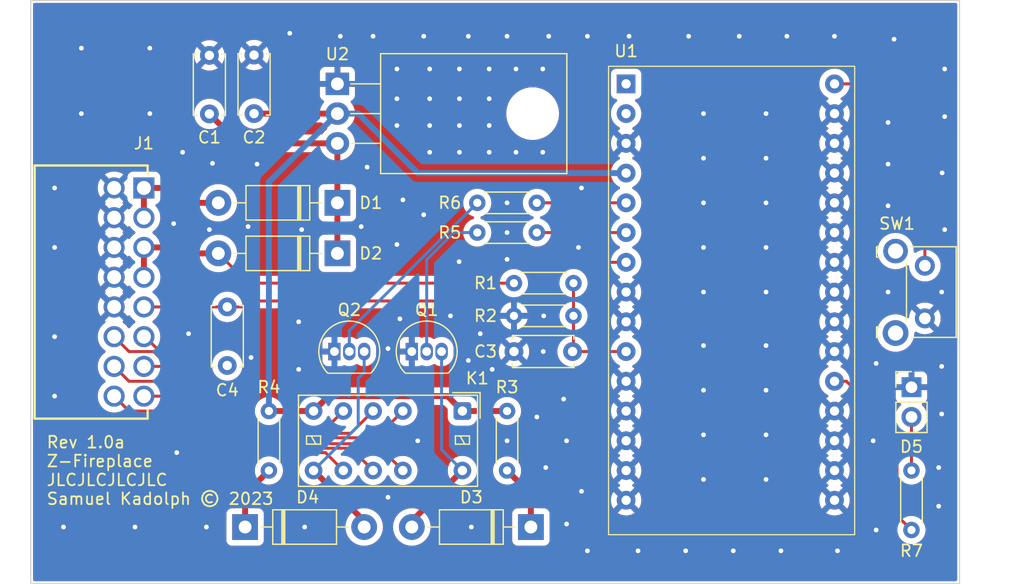
<source format=kicad_pcb>
(kicad_pcb (version 20221018) (generator pcbnew)
  (layers (0 "F.Cu" signal) (31 "B.Cu" signal) (34 "B.Paste" user) (35 "F.Paste" user) (36 "B.SilkS" user "B.Silkscreen") (37 "F.SilkS" user "F.Silkscreen") (38 "B.Mask" user) (39 "F.Mask" user) (44 "Edge.Cuts" user))
  (net 0 "")
  (net 1 "Net-(D3-K)")
  (net 2 "Net-(D3-A)")
  (net 3 "Net-(D4-K)")
  (net 4 "Net-(D4-A)")
  (net 5 "VCC")
  (net 6 "NC1")
  (net 7 "COM1")
  (net 8 "NO2")
  (net 9 "COM2")
  (net 10 "NC2")
  (net 11 "GND")
  (net 12 "Net-(Q1-B)")
  (net 13 "Net-(Q2-B)")
  (net 14 "RELAY_RESET")
  (net 15 "RELAY_SET")
  (net 16 "SW")
  (net 17 "Net-(U1-3_ADC0)")
  (net 18 "Net-(D1-K)")
  (net 19 "VIN")
  (net 20 "VBAT")
  (net 21 "Net-(D5-A)")
  (net 22 "Net-(U1-13_PWM1_LED)")
  (net 23 "Net-(U1-23_W_SERVICE)")
  (net 24 "NO1")
  (net 27 "Net-(U1-2_MOSI_W)")
  (footprint "z-fireplace:Via_0.8mm" (layer "F.Cu") (at 179.324 101.092)
    (fp_text reference "REF**" hide)
    (fp_text value "Via_0.8" hide)
  )
  (footprint "z-fireplace:Via_0.8mm" (layer "F.Cu") (at 138.176 86.868)
    (fp_text reference "REF**" hide)
    (fp_text value "Via_0.8" hide)
  )
  (footprint "z-fireplace:Via_0.8mm" (layer "F.Cu") (at 174.752 93.726)
    (fp_text reference "REF**" hide)
    (fp_text value "Via_0.8" hide)
  )
  (footprint "z-fireplace:Via_0.8mm" (layer "F.Cu") (at 179.578 86.106)
    (fp_text reference "REF**" hide)
    (fp_text value "Via_0.8" hide)
  )
  (footprint "z-fireplace:Via_0.8mm" (layer "F.Cu") (at 148.59 92.202)
    (fp_text reference "REF**" hide)
    (fp_text value "Via_0.8" hide)
  )
  (footprint "Package_TO_SOT_THT:TO-92_Inline" (layer "F.Cu") (at 127.508 106.172)
    (fp_text reference "Q2")
    (fp_text value "2N3904")
  )
  (footprint "z-fireplace:Via_0.8mm" (layer "F.Cu") (at 139.954 104.648)
    (fp_text reference "REF**" hide)
    (fp_text value "Via_0.8" hide)
  )
  (footprint "z-fireplace:TL1105X" (layer "F.Cu") (at 177.891 103.342 90)
    (fp_text reference "SW1")
    (fp_text value "TL1105X")
  )
  (footprint "z-fireplace:Via_0.8mm" (layer "F.Cu") (at 132.08 105.918)
    (fp_text reference "REF**" hide)
    (fp_text value "Via_0.8" hide)
  )
  (footprint "z-fireplace:Via_0.8mm" (layer "F.Cu") (at 159.004 101.092)
    (fp_text reference "REF**" hide)
    (fp_text value "Via_0.8" hide)
  )
  (footprint "z-fireplace:Via_0.8mm" (layer "F.Cu") (at 159.004 93.472)
    (fp_text reference "REF**" hide)
    (fp_text value "Via_0.8" hide)
  )
  (footprint "z-fireplace:Via_0.8mm" (layer "F.Cu") (at 159.004 113.284)
    (fp_text reference "REF**" hide)
    (fp_text value "Via_0.8" hide)
  )
  (footprint "z-fireplace:Via_0.8mm" (layer "F.Cu") (at 110.49 121.158)
    (fp_text reference "REF**" hide)
    (fp_text value "Via_0.8" hide)
  )
  (footprint "Resistor_THT:R_Axial_DIN0204_L3.6mm_D1.6mm_P5.08mm_Horizontal" (layer "F.Cu") (at 139.7 93.472)
    (fp_text reference "R6")
    (fp_text value "300")
  )
  (footprint "Resistor_THT:R_Axial_DIN0204_L3.6mm_D1.6mm_P5.08mm_Horizontal" (layer "F.Cu") (at 139.7 96.012)
    (fp_text reference "R5")
    (fp_text value "300")
  )
  (footprint "z-fireplace:Via_0.8mm" (layer "F.Cu") (at 114.054092 114.801641)
    (fp_text reference "REF**" hide)
    (fp_text value "Via_0.8" hide)
  )
  (footprint "z-fireplace:Via_0.8mm" (layer "F.Cu") (at 164.338 109.474)
    (fp_text reference "REF**" hide)
    (fp_text value "Via_0.8" hide)
  )
  (footprint "z-fireplace:Via_0.8mm" (layer "F.Cu") (at 142.24 98.298)
    (fp_text reference "REF**" hide)
    (fp_text value "Via_0.8" hide)
  )
  (footprint "z-fireplace:Via_0.8mm" (layer "F.Cu") (at 174.752 86.614)
    (fp_text reference "REF**" hide)
    (fp_text value "Via_0.8" hide)
  )
  (footprint "z-fireplace:Via_0.8mm" (layer "F.Cu") (at 164.338 85.852)
    (fp_text reference "REF**" hide)
    (fp_text value "Via_0.8" hide)
  )
  (footprint "Relay_THT:Relay_DPDT_Kemet_EC2_DoubleCoil" (layer "F.Cu") (at 138.43 111.252 -90)
    (fp_text reference "K1")
    (fp_text value "EC2-3TNU")
  )
  (footprint "z-fireplace:Via_0.8mm" (layer "F.Cu") (at 133.35 93.218)
    (fp_text reference "REF**" hide)
    (fp_text value "Via_0.8" hide)
  )
  (footprint "z-fireplace:Via_0.8mm" (layer "F.Cu") (at 103.632 109.982)
    (fp_text reference "REF**" hide)
    (fp_text value "Via_0.8" hide)
  )
  (footprint "z-fireplace:Via_0.8mm" (layer "F.Cu") (at 134.62 113.792)
    (fp_text reference "REF**" hide)
    (fp_text value "Via_0.8" hide)
  )
  (footprint "z-fireplace:Via_0.8mm" (layer "F.Cu") (at 124.968 121.158)
    (fp_text reference "REF**" hide)
    (fp_text value "Via_0.8" hide)
  )
  (footprint "z-fireplace:Via_0.8mm" (layer "F.Cu") (at 145.328 106.172)
    (fp_text reference "REF**" hide)
    (fp_text value "Via_0.8" hide)
  )
  (footprint "z-fireplace:Via_0.8mm" (layer "F.Cu") (at 120.396 106.68)
    (fp_text reference "REF**" hide)
    (fp_text value "Via_0.8" hide)
  )
  (footprint "z-fireplace:Via_0.8mm" (layer "F.Cu") (at 175.26 79.502)
    (fp_text reference "REF**" hide)
    (fp_text value "Via_0.8" hide)
  )
  (footprint "z-fireplace:Via_0.8mm" (layer "F.Cu") (at 116.84 95.758)
    (fp_text reference "REF**" hide)
    (fp_text value "Via_0.8" hide)
  )
  (footprint "z-fireplace:Via_0.8mm" (layer "F.Cu") (at 164.338 101.092)
    (fp_text reference "REF**" hide)
    (fp_text value "Via_0.8" hide)
  )
  (footprint "z-fireplace:Via_0.8mm" (layer "F.Cu") (at 124.46 107.696)
    (fp_text reference "REF**" hide)
    (fp_text value "Via_0.8" hide)
  )
  (footprint "z-fireplace:Via_0.8mm" (layer "F.Cu") (at 142.24 96.012)
    (fp_text reference "REF**" hide)
    (fp_text value "Via_0.8" hide)
  )
  (footprint "z-fireplace:Via_0.8mm" (layer "F.Cu") (at 124.714 95.758)
    (fp_text reference "REF**" hide)
    (fp_text value "Via_0.8" hide)
  )
  (footprint "Diode_THT:D_DO-41_SOD81_P10.16mm_Horizontal" (layer "F.Cu") (at 119.888 121.158)
    (fp_text reference "D4")
    (fp_text value "1N4007")
  )
  (footprint "z-fireplace:Via_0.8mm" (layer "F.Cu") (at 138.176 84.582)
    (fp_text reference "REF**" hide)
    (fp_text value "Via_0.8" hide)
  )
  (footprint "z-fireplace:Via_0.8mm" (layer "F.Cu") (at 145.288 89.154)
    (fp_text reference "REF**" hide)
    (fp_text value "Via_0.8" hide)
  )
  (footprint "z-fireplace:Via_0.8mm" (layer "F.Cu") (at 142.24 93.472)
    (fp_text reference "REF**" hide)
    (fp_text value "Via_0.8" hide)
  )
  (footprint "z-fireplace:Via_0.8mm" (layer "F.Cu") (at 138.149191 98.498823)
    (fp_text reference "REF**" hide)
    (fp_text value "Via_0.8" hide)
  )
  (footprint "z-fireplace:Via_0.8mm" (layer "F.Cu") (at 164.338 89.662)
    (fp_text reference "REF**" hide)
    (fp_text value "Via_0.8" hide)
  )
  (footprint "z-fireplace:Via_0.8mm" (layer "F.Cu") (at 132.842 82.042)
    (fp_text reference "REF**" hide)
    (fp_text value "Via_0.8" hide)
  )
  (footprint "z-fireplace:Via_0.8mm" (layer "F.Cu") (at 164.338 113.284)
    (fp_text reference "REF**" hide)
    (fp_text value "Via_0.8" hide)
  )
  (footprint "z-fireplace:Via_0.8mm" (layer "F.Cu") (at 143.002 89.154)
    (fp_text reference "REF**" hide)
    (fp_text value "Via_0.8" hide)
  )
  (footprint "z-fireplace:Via_0.8mm" (layer "F.Cu") (at 159.004 117.094)
    (fp_text reference "REF**" hide)
    (fp_text value "Via_0.8" hide)
  )
  (footprint "z-fireplace:Via_0.8mm" (layer "F.Cu") (at 135.128 94.488)
    (fp_text reference "REF**" hide)
    (fp_text value "Via_0.8" hide)
  )
  (footprint "z-fireplace:Via_0.8mm" (layer "F.Cu") (at 179.324 107.442)
    (fp_text reference "REF**" hide)
    (fp_text value "Via_0.8" hide)
  )
  (footprint "z-fireplace:Via_0.8mm" (layer "F.Cu") (at 179.578 82.042)
    (fp_text reference "REF**" hide)
    (fp_text value "Via_0.8" hide)
  )
  (footprint "z-fireplace:Via_0.8mm" (layer "F.Cu") (at 105.918 80.264)
    (fp_text reference "REF**" hide)
    (fp_text value "Via_0.8" hide)
  )
  (footprint "z-fireplace:Via_0.8mm" (layer "F.Cu") (at 159.004 109.474)
    (fp_text reference "REF**" hide)
    (fp_text value "Via_0.8" hide)
  )
  (footprint "z-fireplace:Via_0.8mm" (layer "F.Cu") (at 145.542 116.078)
    (fp_text reference "REF**" hide)
    (fp_text value "Via_0.8" hide)
  )
  (footprint "Diode_THT:D_DO-41_SOD81_P10.16mm_Horizontal" (layer "F.Cu") (at 127.762 93.472 180)
    (fp_text reference "D1")
    (fp_text value "D_Schottky")
  )
  (footprint "z-fireplace:Via_0.8mm" (layer "F.Cu") (at 140.716 86.868)
    (fp_text reference "REF**" hide)
    (fp_text value "Via_0.8" hide)
  )
  (footprint "z-fireplace:Via_0.8mm" (layer "F.Cu") (at 144.78 111.76)
    (fp_text reference "REF**" hide)
    (fp_text value "Via_0.8" hide)
  )
  (footprint "z-fireplace:Via_0.8mm" (layer "F.Cu") (at 164.338 97.282)
    (fp_text reference "REF**" hide)
    (fp_text value "Via_0.8" hide)
  )
  (footprint "z-fireplace:Via_0.8mm" (layer "F.Cu") (at 179.363258 90.909457)
    (fp_text reference "REF**" hide)
    (fp_text value "Via_0.8" hide)
  )
  (footprint "z-fireplace:Via_0.8mm" (layer "F.Cu") (at 135.636 82.042)
    (fp_text reference "REF**" hide)
    (fp_text value "Via_0.8" hide)
  )
  (footprint "Resistor_THT:R_Axial_DIN0204_L3.6mm_D1.6mm_P5.08mm_Horizontal" (layer "F.Cu") (at 121.92 116.332 90)
    (fp_text reference "R4")
    (fp_text value "20")
  )
  (footprint "z-fireplace:Via_0.8mm" (layer "F.Cu") (at 164.338 105.664)
    (fp_text reference "REF**" hide)
    (fp_text value "Via_0.8" hide)
  )
  (footprint "z-fireplace:Via_0.8mm" (layer "F.Cu") (at 124.46 103.632)
    (fp_text reference "REF**" hide)
    (fp_text value "Via_0.8" hide)
  )
  (footprint "Package_TO_SOT_THT:TO-92_Inline" (layer "F.Cu") (at 134.112 106.172)
    (fp_text reference "Q1")
    (fp_text value "2N3904")
  )
  (footprint "Connector_PinHeader_2.54mm:PinHeader_1x02_P2.54mm_Vertical" (layer "F.Cu") (at 176.748 109.22)
    (fp_text reference "D5")
    (fp_text value "LED")
  )
  (footprint "z-fireplace:Via_0.8mm" (layer "F.Cu") (at 140.716 82.042)
    (fp_text reference "REF**" hide)
    (fp_text value "Via_0.8" hide)
  )
  (footprint "z-fireplace:Via_0.8mm" (layer "F.Cu") (at 133.096 103.378)
    (fp_text reference "REF**" hide)
    (fp_text value "Via_0.8" hide)
  )
  (footprint "z-fireplace:Via_0.8mm" (layer "F.Cu") (at 111.76 85.852)
    (fp_text reference "REF**" hide)
    (fp_text value "Via_0.8" hide)
  )
  (footprint "z-fireplace:Via_0.8mm" (layer "F.Cu") (at 139.192 121.158)
    (fp_text reference "REF**" hide)
    (fp_text value "Via_0.8" hide)
  )
  (footprint "z-fireplace:Via_0.8mm" (layer "F.Cu") (at 138.938 79.248)
    (fp_text reference "REF**" hide)
    (fp_text value "Via_0.8" hide)
  )
  (footprint "z-fireplace:Via_0.8mm" (layer "F.Cu") (at 173.736 107.188)
    (fp_text reference "REF**" hide)
    (fp_text value "Via_0.8" hide)
  )
  (footprint "Package_TO_SOT_THT:TO-220-3_Horizontal_TabDown" (layer "F.Cu") (at 127.762 83.312 -90)
    (fp_text reference "U2")
    (fp_text value "LD1117S33TR_TO220")
  )
  (footprint "z-fireplace:Via_0.8mm" (layer "F.Cu") (at 103.632 97.282)
    (fp_text reference "REF**" hide)
    (fp_text value "Via_0.8" hide)
  )
  (footprint "z-fireplace:Via_0.8mm" (layer "F.Cu") (at 145.368 103.124)
    (fp_text reference "REF**" hide)
    (fp_text value "Via_0.8" hide)
  )
  (footprint "z-fireplace:Via_0.8mm" (layer "F.Cu") (at 179.07 116.078)
    (fp_text reference "REF**" hide)
    (fp_text value "Via_0.8" hide)
  )
  (footprint "Resistor_THT:R_Axial_DIN0204_L3.6mm_D1.6mm_P5.08mm_Horizontal" (layer "F.Cu") (at 147.908 100.33 180)
    (fp_text reference "R1")
    (fp_text value "10M")
  )
  (footprint "z-fireplace:Via_0.8mm" (layer "F.Cu") (at 140.716 89.154)
    (fp_text reference "REF**" hide)
    (fp_text value "Via_0.8" hide)
  )
  (footprint "z-fireplace:Via_0.8mm" (layer "F.Cu") (at 138.176 89.154)
    (fp_text reference "REF**" hide)
    (fp_text value "Via_0.8" hide)
  )
  (footprint "z-fireplace:Via_0.8mm" (layer "F.Cu") (at 140.97 107.696)
    (fp_text reference "REF**" hide)
    (fp_text value "Via_0.8" hide)
  )
  (footprint "z-fireplace:Via_0.8mm" (layer "F.Cu") (at 165.608 123.19)
    (fp_text reference "REF**" hide)
    (fp_text value "Via_0.8" hide)
  )
  (footprint "z-fireplace:Via_0.8mm" (layer "F.Cu") (at 142.24 79.248)
    (fp_text reference "REF**" hide)
    (fp_text value "Via_0.8" hide)
  )
  (footprint "z-fireplace:Via_0.8mm" (layer "F.Cu") (at 166.116 79.248)
    (fp_text reference "REF**" hide)
    (fp_text value "Via_0.8" hide)
  )
  (footprint "z-fireplace:Via_0.8mm" (layer "F.Cu") (at 132.842 97.028)
    (fp_text reference "REF**" hide)
    (fp_text value "Via_0.8" hide)
  )
  (footprint "z-fireplace:Via_0.8mm" (layer "F.Cu") (at 170.434 123.19)
    (fp_text reference "REF**" hide)
    (fp_text value "Via_0.8" hide)
  )
  (footprint "Resistor_THT:R_Axial_DIN0204_L3.6mm_D1.6mm_P5.08mm_Horizontal" (layer "F.Cu") (at 142.24 116.332 90)
    (fp_text reference "R3")
    (fp_text value "20")
  )
  (footprint "z-fireplace:Via_0.8mm" (layer "F.Cu") (at 148.59 118.11)
    (fp_text reference "REF**" hide)
    (fp_text value "Via_0.8" hide)
  )
  (footprint "z-fireplace:Via_0.8mm" (layer "F.Cu") (at 111.76 80.264)
    (fp_text reference "REF**" hide)
    (fp_text value "Via_0.8" hide)
  )
  (footprint "z-fireplace:Via_0.8mm" (layer "F.Cu") (at 123.698 78.994)
    (fp_text reference "REF**" hide)
    (fp_text value "Via_0.8" hide)
  )
  (footprint "z-fireplace:Via_0.8mm" (layer "F.Cu") (at 147.066 110.236)
    (fp_text reference "REF**" hide)
    (fp_text value "Via_0.8" hide)
  )
  (footprint "z-fireplace:Via_0.8mm" (layer "F.Cu") (at 140.716 84.582)
    (fp_text reference "REF**" hide)
    (fp_text value "Via_0.8" hide)
  )
  (footprint "z-fireplace:Via_0.8mm" (layer "F.Cu") (at 120.904 90.17)
    (fp_text reference "REF**" hide)
    (fp_text value "Via_0.8" hide)
  )
  (footprint "z-fireplace:Via_0.8mm" (layer "F.Cu") (at 114.554 89.154)
    (fp_text reference "REF**" hide)
    (fp_text value "Via_0.8" hide)
  )
  (footprint "z-fireplace:Via_0.8mm" (layer "F.Cu") (at 104.394 121.158)
    (fp_text reference "REF**" hide)
    (fp_text value "Via_0.8" hide)
  )
  (footprint "z-fireplace:Via_0.8mm" (layer "F.Cu") (at 129.794 95.504)
    (fp_text reference "REF**" hide)
    (fp_text value "Via_0.8" hide)
  )
  (footprint "z-fireplace:Via_0.8mm" (layer "F.Cu") (at 159.004 89.662)
    (fp_text reference "REF**" hide)
    (fp_text value "Via_0.8" hide)
  )
  (footprint "z-fireplace:Via_0.8mm" (layer "F.Cu") (at 152.654 79.248)
    (fp_text reference "REF**" hide)
    (fp_text value "Via_0.8" hide)
  )
  (footprint "Resistor_THT:R_Axial_DIN0204_L3.6mm_D1.6mm_P5.08mm_Horizontal" (layer "F.Cu") (at 147.908 103.124 180)
    (fp_text reference "R2")
    (fp_text value "10M")
  )
  (footprint "z-fireplace:Via_0.8mm" (layer "F.Cu") (at 159.004 85.852)
    (fp_text reference "REF**" hide)
    (fp_text value "Via_0.8" hide)
  )
  (footprint "Diode_THT:D_DO-41_SOD81_P10.16mm_Horizontal" (layer "F.Cu") (at 127.762 97.79 180)
    (fp_text reference "D2")
    (fp_text value "D_Schottky")
  )
  (footprint "z-fireplace:Via_0.8mm" (layer "F.Cu") (at 143.002 82.042)
    (fp_text reference "REF**" hide)
    (fp_text value "Via_0.8" hide)
  )
  (footprint "z-fireplace:Via_0.8mm" (layer "F.Cu") (at 135.128 79.248)
    (fp_text reference "REF**" hide)
    (fp_text value "Via_0.8" hide)
  )
  (footprint "z-fireplace:Via_0.8mm" (layer "F.Cu") (at 103.632 104.902)
    (fp_text reference "REF**" hide)
    (fp_text value "Via_0.8" hide)
  )
  (footprint "z-fireplace:Via_0.8mm" (layer "F.Cu") (at 132.08 118.618)
    (fp_text reference "REF**" hide)
    (fp_text value "Via_0.8" hide)
  )
  (footprint "z-fireplace:Via_0.8mm" (layer "F.Cu") (at 128.016 79.248)
    (fp_text reference "REF**" hide)
    (fp_text value "Via_0.8" hide)
  )
  (footprint "z-fireplace:Via_0.8mm" (layer "F.Cu") (at 132.842 86.868)
    (fp_text reference "REF**" hide)
    (fp_text value "Via_0.8" hide)
  )
  (footprint "z-fireplace:Phoenix 1844785" (layer "F.Cu") (at 111.252 92.202 -90)
    (fp_text reference "J1")
    (fp_text value "Screw_Terminal_01x16")
  )
  (footprint "z-fireplace:Via_0.8mm" (layer "F.Cu") (at 179.578 95.758)
    (fp_text reference "REF**" hide)
    (fp_text value "Via_0.8" hide)
  )
  (footprint "z-fireplace:Via_0.8mm" (layer "F.Cu") (at 157.734 79.248)
    (fp_text reference "REF**" hide)
    (fp_text value "Via_0.8" hide)
  )
  (footprint "Capacitor_THT:C_Disc_D5.0mm_W2.5mm_P5.00mm" (layer "F.Cu") (at 120.65 85.852 90)
    (fp_text reference "C2")
    (fp_text value "10uF")
  )
  (footprint "z-fireplace:Via_0.8mm" (layer "F.Cu") (at 130.302 90.424)
    (fp_text reference "REF**" hide)
    (fp_text value "Via_0.8" hide)
  )
  (footprint "z-fireplace:Via_0.8mm" (layer "F.Cu") (at 147.32 113.792)
    (fp_text reference "REF**" hide)
    (fp_text value "Via_0.8" hide)
  )
  (footprint "z-fireplace:Via_0.8mm" (layer "F.Cu") (at 164.338 117.094)
    (fp_text reference "REF**" hide)
    (fp_text value "Via_0.8" hide)
  )
  (footprint "z-fireplace:Via_0.8mm" (layer "F.Cu") (at 162.052 79.248)
    (fp_text reference "REF**" hide)
    (fp_text value "Via_0.8" hide)
  )
  (footprint "z-fireplace:Via_0.8mm" (layer "F.Cu") (at 145.796 79.248)
    (fp_text reference "REF**" hide)
    (fp_text value "Via_0.8" hide)
  )
  (footprint "z-fireplace:Via_0.8mm" (layer "F.Cu") (at 174.752 90.17)
    (fp_text reference "REF**" hide)
    (fp_text value "Via_0.8" hide)
  )
  (footprint "z-fireplace:Via_0.8mm" (layer "F.Cu") (at 137.414 103.124)
    (fp_text reference "REF**" hide)
    (fp_text value "Via_0.8" hide)
  )
  (footprint "z-fireplace:Via_0.8mm" (layer "F.Cu") (at 138.176 82.042)
    (fp_text reference "REF**" hide)
    (fp_text value "Via_0.8" hide)
  )
  (footprint "z-fireplace:Via_0.8mm" (layer "F.Cu") (at 145.288 82.042)
    (fp_text reference "REF**" hide)
    (fp_text value "Via_0.8" hide)
  )
  (footprint "z-fireplace:Via_0.8mm" (layer "F.Cu") (at 159.004 97.282)
    (fp_text reference "REF**" hide)
    (fp_text value "Via_0.8" hide)
  )
  (footprint "z-fireplace:Via_0.8mm" (layer "F.Cu") (at 179.07 119.38)
    (fp_text reference "REF**" hide)
    (fp_text value "Via_0.8" hide)
  )
  (footprint "z-fireplace:Via_0.8mm" (layer "F.Cu") (at 161.544 123.19)
    (fp_text reference "REF**" hide)
    (fp_text value "Via_0.8" hide)
  )
  (footprint "z-fireplace:Via_0.8mm" (layer "F.Cu") (at 147.32 120.904)
    (fp_text reference "REF**" hide)
    (fp_text value "Via_0.8" hide)
  )
  (footprint "z-fireplace:Via_0.8mm" (layer "F.Cu") (at 179.324 111.506)
    (fp_text reference "REF**" hide)
    (fp_text value "Via_0.8" hide)
  )
  (footprint "z-fireplace:Via_0.8mm" (layer "F.Cu") (at 120.142 95.504)
    (fp_text reference "REF**" hide)
    (fp_text value "Via_0.8" hide)
  )
  (footprint "PCM_Z-Uno:DIP-30_W17.78mm" (layer "F.Cu") (at 152.4 83.312)
    (fp_text reference "U1")
    (fp_text value "Z-Uno 2")
  )
  (footprint "z-fireplace:Via_0.8mm" (layer "F.Cu") (at 153.416 123.19)
    (fp_text reference "REF**" hide)
    (fp_text value "Via_0.8" hide)
  )
  (footprint "z-fireplace:Via_0.8mm" (layer "F.Cu") (at 142.24 113.792)
    (fp_text reference "REF**" hide)
    (fp_text value "Via_0.8" hide)
  )
  (footprint "z-fireplace:Via_0.8mm" (layer "F.Cu") (at 135.636 84.582)
    (fp_text reference "REF**" hide)
    (fp_text value "Via_0.8" hide)
  )
  (footprint "z-fireplace:Via_0.8mm" (layer "F.Cu") (at 173.736 121.412)
    (fp_text reference "REF**" hide)
    (fp_text value "Via_0.8" hide)
  )
  (footprint "z-fireplace:Via_0.8mm" (layer "F.Cu") (at 113.792 95.25)
    (fp_text reference "REF**" hide)
    (fp_text value "Via_0.8" hide)
  )
  (footprint "z-fireplace:Via_0.8mm" (layer "F.Cu") (at 132.842 84.582)
    (fp_text reference "REF**" hide)
    (fp_text value "Via_0.8" hide)
  )
  (footprint "z-fireplace:Via_0.8mm" (layer "F.Cu") (at 130.81 79.248)
    (fp_text reference "REF**" hide)
    (fp_text value "Via_0.8" hide)
  )
  (footprint "z-fireplace:Via_0.8mm" (layer "F.Cu") (at 115.062 104.648)
    (fp_text reference "REF**" hide)
    (fp_text value "Via_0.8" hide)
  )
  (footprint "z-fireplace:Via_0.8mm" (layer "F.Cu") (at 138.938 106.934)
    (fp_text reference "REF**" hide)
    (fp_text value "Via_0.8" hide)
  )
  (footprint "z-fireplace:Via_0.8mm" (layer "F.Cu") (at 117.105248 90.097263)
    (fp_text reference "REF**" hide)
    (fp_text value "Via_0.8" hide)
  )
  (footprint "Capacitor_THT:C_Disc_D5.0mm_W2.5mm_P5.00mm" (layer "F.Cu") (at 116.84 85.88 90)
    (fp_text reference "C1")
    (fp_text value "100nF")
  )
  (footprint "z-fireplace:Via_0.8mm" (layer "F.Cu") (at 173.482 113.792)
    (fp_text reference "REF**" hide)
    (fp_text value "Via_0.8" hide)
  )
  (footprint "Resistor_THT:R_Axial_DIN0204_L3.6mm_D1.6mm_P5.08mm_Horizontal" (layer "F.Cu") (at 176.748 116.332 -90)
    (fp_text reference "R7")
    (fp_text value "R")
  )
  (footprint "Diode_THT:D_DO-41_SOD81_P10.16mm_Horizontal" (layer "F.Cu") (at 144.272 121.158 180)
    (fp_text reference "D3")
    (fp_text value "1N4007")
  )
  (footprint "z-fireplace:Via_0.8mm" (layer "F.Cu") (at 159.004 105.664)
    (fp_text reference "REF**" hide)
    (fp_text value "Via_0.8" hide)
  )
  (footprint "z-fireplace:Via_0.8mm" (layer "F.Cu") (at 170.18 79.248)
    (fp_text reference "REF**" hide)
    (fp_text value "Via_0.8" hide)
  )
  (footprint "z-fireplace:Via_0.8mm" (layer "F.Cu") (at 164.338 93.472)
    (fp_text reference "REF**" hide)
    (fp_text value "Via_0.8" hide)
  )
  (footprint "z-fireplace:Via_0.8mm" (layer "F.Cu") (at 103.632 92.202)
    (fp_text reference "REF**" hide)
    (fp_text value "Via_0.8" hide)
  )
  (footprint "Capacitor_THT:C_Disc_D5.0mm_W2.5mm_P5.00mm" (layer "F.Cu") (at 118.364 107.362 90)
    (fp_text reference "C4")
    (fp_text value "C")
  )
  (footprint "z-fireplace:Via_0.8mm" (layer "F.Cu") (at 135.636 89.154)
    (fp_text reference "REF**" hide)
    (fp_text value "Via_0.8" hide)
  )
  (footprint "z-fireplace:Via_0.8mm" (layer "F.Cu") (at 105.918 85.852)
    (fp_text reference "REF**" hide)
    (fp_text value "Via_0.8" hide)
  )
  (footprint "z-fireplace:Via_0.8mm" (layer "F.Cu") (at 135.636 86.868)
    (fp_text reference "REF**" hide)
    (fp_text value "Via_0.8" hide)
  )
  (footprint "z-fireplace:Via_0.8mm" (layer "F.Cu") (at 149.098 79.248)
    (fp_text reference "REF**" hide)
    (fp_text value "Via_0.8" hide)
  )
  (footprint "z-fireplace:Via_0.8mm" (layer "F.Cu") (at 149.098 123.19)
    (fp_text reference "REF**" hide)
    (fp_text value "Via_0.8" hide)
  )
  (footprint "Capacitor_THT:C_Disc_D5.0mm_W2.5mm_P5.00mm" (layer "F.Cu") (at 142.828 106.172)
    (fp_text reference "C3")
    (fp_text value "100nF")
  )
  (footprint "z-fireplace:Via_0.8mm" (layer "F.Cu") (at 148.336 97.282)
    (fp_text reference "REF**" hide)
    (fp_text value "Via_0.8" hide)
  )
  (footprint "z-fireplace:Via_0.8mm" (layer "F.Cu") (at 174.752 101.092)
    (fp_text reference "REF**" hide)
    (fp_text value "Via_0.8" hide)
  )
  (footprint "z-fireplace:Via_0.8mm" (layer "F.Cu") (at 116.586 121.158)
    (fp_text reference "REF**" hide)
    (fp_text value "Via_0.8" hide)
  )
  (footprint "z-fireplace:Via_0.8mm" (layer "F.Cu") (at 157.48 123.19)
    (fp_text reference "REF**" hide)
    (fp_text value "Via_0.8" hide)
  )
  (gr_rect (start 101.6 76.2) (end 180.848 125.984) (stroke (width 0.1)) (fill none) (layer "Edge.Cuts"))
  (gr_text "Rev 1.0a\nZ-Fireplace\nJLCJLCJLCJLC\nSamuel Kadolph © 2023" (at 102.87 116.332) (layer "F.SilkS") (effects (font (size 1 1)) (justify left)))
  (segment (start 142.24 116.332) (end 144.272 118.364) (width 0.508) (layer "F.Cu") (net 1))
  (segment (start 144.272 118.364) (end 144.272 121.158) (width 0.508) (layer "F.Cu") (net 1))
  (segment (start 134.112 120.65) (end 134.112 121.158) (width 0.508) (layer "F.Cu") (net 2))
  (segment (start 138.43 116.332) (end 134.112 120.65) (width 0.508) (layer "F.Cu") (net 2))
  (segment (start 136.652 114.554) (end 138.43 116.332) (width 0.254) (layer "B.Cu") (net 2))
  (segment (start 136.652 106.172) (end 136.652 114.554) (width 0.254) (layer "B.Cu") (net 2))
  (segment (start 121.92 116.332) (end 119.888 118.364) (width 0.508) (layer "F.Cu") (net 3))
  (segment (start 119.888 118.364) (end 119.888 121.158) (width 0.508) (layer "F.Cu") (net 3))
  (segment (start 125.73 116.332) (end 127.508 118.11) (width 0.508) (layer "F.Cu") (net 4))
  (segment (start 127.508 118.11) (end 130.048 120.65) (width 0.508) (layer "F.Cu") (net 4))
  (segment (start 130.048 120.65) (end 130.048 121.158) (width 0.508) (layer "F.Cu") (net 4))
  (segment (start 129.54 108.458) (end 129.54 112.522) (width 0.254) (layer "B.Cu") (net 4))
  (segment (start 130.048 107.95) (end 129.54 108.458) (width 0.254) (layer "B.Cu") (net 4))
  (segment (start 130.048 106.172) (end 130.048 107.95) (width 0.254) (layer "B.Cu") (net 4))
  (segment (start 129.54 112.522) (end 125.73 116.332) (width 0.254) (layer "B.Cu") (net 4))
  (segment (start 125.73 111.252) (end 127 109.982) (width 0.508) (layer "F.Cu") (net 5))
  (segment (start 127 109.982) (end 137.16 109.982) (width 0.508) (layer "F.Cu") (net 5))
  (segment (start 121.92 111.252) (end 125.73 111.252) (width 0.508) (layer "F.Cu") (net 5))
  (segment (start 120.65 85.852) (end 127.762 85.852) (width 0.508) (layer "F.Cu") (net 5))
  (segment (start 138.43 111.252) (end 142.24 111.252) (width 0.508) (layer "F.Cu") (net 5))
  (segment (start 137.16 109.982) (end 138.43 111.252) (width 0.508) (layer "F.Cu") (net 5))
  (segment (start 121.92 91.694) (end 121.92 111.252) (width 0.508) (layer "B.Cu") (net 5))
  (segment (start 127.762 85.852) (end 121.92 91.694) (width 0.508) (layer "B.Cu") (net 5))
  (segment (start 134.62 90.932) (end 152.4 90.932) (width 0.508) (layer "B.Cu") (net 5))
  (segment (start 129.54 85.852) (end 134.62 90.932) (width 0.508) (layer "B.Cu") (net 5))
  (segment (start 127.762 85.852) (end 129.54 85.852) (width 0.508) (layer "B.Cu") (net 5))
  (segment (start 112.806816 107.442) (end 118.902816 113.538) (width 0.254) (layer "F.Cu") (net 6))
  (segment (start 112.806816 107.442) (end 111.252 107.442) (width 0.254) (layer "F.Cu") (net 6))
  (segment (start 118.902816 113.538) (end 131.064 113.538) (width 0.254) (layer "F.Cu") (net 6))
  (segment (start 131.064 113.538) (end 133.35 111.252) (width 0.254) (layer "F.Cu") (net 6))
  (segment (start 128.905 113.157) (end 119.060632 113.157) (width 0.254) (layer "F.Cu") (net 7))
  (segment (start 130.81 111.252) (end 128.905 113.157) (width 0.254) (layer "F.Cu") (net 7))
  (segment (start 112.075632 106.172) (end 109.982 106.172) (width 0.254) (layer "F.Cu") (net 7))
  (segment (start 119.060632 113.157) (end 112.075632 106.172) (width 0.254) (layer "F.Cu") (net 7))
  (segment (start 109.982 106.172) (end 108.712 104.902) (width 0.254) (layer "F.Cu") (net 7))
  (segment (start 118.302368 114.808) (end 114.746368 111.252) (width 0.254) (layer "F.Cu") (net 8))
  (segment (start 126.746 114.808) (end 118.302368 114.808) (width 0.254) (layer "F.Cu") (net 8))
  (segment (start 128.27 116.332) (end 126.746 114.808) (width 0.254) (layer "F.Cu") (net 8))
  (segment (start 114.746368 111.252) (end 109.982 111.252) (width 0.254) (layer "F.Cu") (net 8))
  (segment (start 109.982 111.252) (end 108.712 109.982) (width 0.254) (layer "F.Cu") (net 8))
  (segment (start 114.015184 109.982) (end 111.252 109.982) (width 0.254) (layer "F.Cu") (net 9))
  (segment (start 118.460184 114.427) (end 128.905 114.427) (width 0.254) (layer "F.Cu") (net 9))
  (segment (start 114.015184 109.982) (end 118.460184 114.427) (width 0.254) (layer "F.Cu") (net 9))
  (segment (start 128.905 114.427) (end 130.81 116.332) (width 0.254) (layer "F.Cu") (net 9))
  (segment (start 113.284 108.712) (end 109.982 108.712) (width 0.254) (layer "F.Cu") (net 10))
  (segment (start 133.35 116.332) (end 131.064 114.046) (width 0.254) (layer "F.Cu") (net 10))
  (segment (start 109.982 108.712) (end 108.712 107.442) (width 0.254) (layer "F.Cu") (net 10))
  (segment (start 131.064 114.046) (end 118.618 114.046) (width 0.254) (layer "F.Cu") (net 10))
  (segment (start 118.618 114.046) (end 113.284 108.712) (width 0.254) (layer "F.Cu") (net 10))
  (segment (start 137.698816 96.012) (end 135.382 98.328816) (width 0.254) (layer "B.Cu") (net 12))
  (segment (start 139.7 96.012) (end 137.698816 96.012) (width 0.254) (layer "B.Cu") (net 12))
  (segment (start 135.382 98.328816) (end 135.382 106.172) (width 0.254) (layer "B.Cu") (net 12))
  (segment (start 128.778 104.394) (end 128.778 106.172) (width 0.254) (layer "B.Cu") (net 13))
  (segment (start 139.7 93.472) (end 128.778 104.394) (width 0.254) (layer "B.Cu") (net 13))
  (segment (start 152.4 93.472) (end 144.78 93.472) (width 0.254) (layer "F.Cu") (net 14))
  (segment (start 152.4 96.012) (end 144.78 96.012) (width 0.254) (layer "F.Cu") (net 15))
  (segment (start 120.142 101.854) (end 119.634 102.362) (width 0.254) (layer "F.Cu") (net 16))
  (segment (start 147.066 98.552) (end 143.764 101.854) (width 0.254) (layer "F.Cu") (net 16))
  (segment (start 143.764 101.854) (end 120.142 101.854) (width 0.254) (layer "F.Cu") (net 16))
  (segment (start 152.4 98.552) (end 147.066 98.552) (width 0.254) (layer "F.Cu") (net 16))
  (segment (start 119.634 102.362) (end 118.364 102.362) (width 0.254) (layer "F.Cu") (net 16))
  (segment (start 111.252 102.362) (end 118.364 102.362) (width 0.254) (layer "F.Cu") (net 16))
  (segment (start 147.828 106.172) (end 152.4 106.172) (width 0.254) (layer "F.Cu") (net 17))
  (segment (start 147.908 106.092) (end 147.828 106.172) (width 0.254) (layer "F.Cu") (net 17))
  (segment (start 147.908 103.124) (end 147.908 106.092) (width 0.254) (layer "F.Cu") (net 17))
  (segment (start 147.908 100.33) (end 147.908 103.124) (width 0.254) (layer "F.Cu") (net 17))
  (segment (start 127.762 93.472) (end 127.762 88.392) (width 0.508) (layer "F.Cu") (net 18))
  (segment (start 119.352 88.392) (end 127.762 88.392) (width 0.508) (layer "F.Cu") (net 18))
  (segment (start 116.84 85.88) (end 119.352 88.392) (width 0.508) (layer "F.Cu") (net 18))
  (segment (start 127.762 97.79) (end 127.762 93.472) (width 0.508) (layer "F.Cu") (net 18))
  (segment (start 117.602 93.472) (end 114.808 93.472) (width 0.508) (layer "F.Cu") (net 19))
  (segment (start 111.252 94.742) (end 111.252 92.202) (width 0.508) (layer "F.Cu") (net 19))
  (segment (start 114.808 93.472) (end 113.538 92.202) (width 0.508) (layer "F.Cu") (net 19))
  (segment (start 113.538 92.202) (end 111.252 92.202) (width 0.508) (layer "F.Cu") (net 19))
  (segment (start 120.142 100.33) (end 117.602 97.79) (width 0.254) (layer "F.Cu") (net 20))
  (segment (start 114.3 97.282) (end 114.808 97.79) (width 0.508) (layer "F.Cu") (net 20))
  (segment (start 114.3 97.282) (end 111.252 97.282) (width 0.508) (layer "F.Cu") (net 20))
  (segment (start 142.828 100.33) (end 120.142 100.33) (width 0.254) (layer "F.Cu") (net 20))
  (segment (start 114.808 97.79) (end 117.602 97.79) (width 0.508) (layer "F.Cu") (net 20))
  (segment (start 111.252 99.822) (end 111.252 97.282) (width 0.508) (layer "F.Cu") (net 20))
  (segment (start 176.748 116.332) (end 176.748 111.76) (width 0.254) (layer "F.Cu") (net 21))
  (segment (start 175.514 120.178) (end 176.748 121.412) (width 0.254) (layer "F.Cu") (net 22))
  (segment (start 170.18 108.712) (end 171.196 108.712) (width 0.254) (layer "F.Cu") (net 22))
  (segment (start 171.196 108.712) (end 175.514 113.03) (width 0.254) (layer "F.Cu") (net 22))
  (segment (start 175.514 113.03) (end 175.514 120.178) (width 0.254) (layer "F.Cu") (net 22))
  (segment (start 177.891 85.435) (end 175.768 83.312) (width 0.254) (layer "F.Cu") (net 23))
  (segment (start 177.891 98.842) (end 177.891 85.435) (width 0.254) (layer "F.Cu") (net 23))
  (segment (start 175.768 83.312) (end 170.18 83.312) (width 0.254) (layer "F.Cu") (net 23))
  (segment (start 111.144 104.902) (end 111.344448 104.902) (width 0.254) (layer "F.Cu") (net 24))
  (segment (start 119.218448 112.776) (end 126.746 112.776) (width 0.254) (layer "F.Cu") (net 24))
  (segment (start 111.344448 104.902) (end 111.252 104.902) (width 0.254) (layer "F.Cu") (net 24))
  (segment (start 126.746 112.776) (end 128.27 111.252) (width 0.254) (layer "F.Cu") (net 24))
  (segment (start 119.218448 112.776) (end 111.344448 104.902) (width 0.254) (layer "F.Cu") (net 24))
  (zone (net 11) (net_name "GND") (layers "F&B.Cu") (connect_pads (clearance 0.5)) (min_thickness 0.25) (fill yes (thermal_gap 0.5) (thermal_bridge_width 0.5))
    (polygon (pts (xy 101.6 76.2) (xy 180.848 76.2) (xy 180.848 125.984) (xy 101.6 125.984)))
  )
)
</source>
